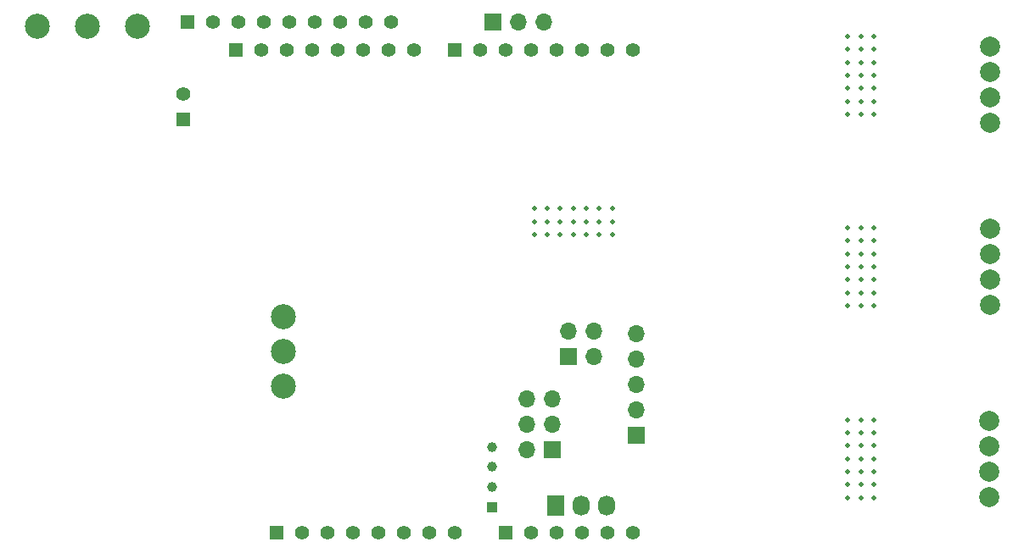
<source format=gbs>
G04 #@! TF.GenerationSoftware,KiCad,Pcbnew,(5.1.0-0)*
G04 #@! TF.CreationDate,2019-11-06T16:52:03-05:00*
G04 #@! TF.ProjectId,GrBLDC,4772424c-4443-42e6-9b69-6361645f7063,rev?*
G04 #@! TF.SameCoordinates,PX5a7646cPY8128a60*
G04 #@! TF.FileFunction,Soldermask,Bot*
G04 #@! TF.FilePolarity,Negative*
%FSLAX46Y46*%
G04 Gerber Fmt 4.6, Leading zero omitted, Abs format (unit mm)*
G04 Created by KiCad (PCBNEW (5.1.0-0)) date 2019-11-06 16:52:03*
%MOMM*%
%LPD*%
G04 APERTURE LIST*
%ADD10C,0.500000*%
%ADD11R,1.397000X1.397000*%
%ADD12C,1.397000*%
%ADD13C,2.000000*%
%ADD14C,2.500000*%
%ADD15R,1.727200X2.032000*%
%ADD16O,1.727200X2.032000*%
%ADD17O,1.700000X1.700000*%
%ADD18R,1.700000X1.700000*%
%ADD19C,1.000000*%
%ADD20R,1.000000X1.000000*%
G04 APERTURE END LIST*
D10*
X84630900Y26575200D03*
X85930900Y26575200D03*
X84630900Y27875200D03*
X87230900Y27875200D03*
X85930900Y27875200D03*
X84630900Y29175200D03*
X87230900Y29175200D03*
X85930900Y29175200D03*
X87230900Y34375200D03*
X84630900Y34375200D03*
X85930900Y34375200D03*
X87230900Y33075200D03*
X84630900Y33075200D03*
X85930900Y33075200D03*
X84630900Y31775200D03*
X87230900Y31775200D03*
X85930900Y31775200D03*
X84630900Y30475200D03*
X87230900Y30475200D03*
X87230900Y26575200D03*
X85930900Y30475200D03*
D11*
X27571700Y3860800D03*
D12*
X30111700Y3860800D03*
X32651700Y3860800D03*
X35191700Y3860800D03*
X37731700Y3860800D03*
X40271700Y3860800D03*
X42811700Y3860800D03*
X45351700Y3860800D03*
D10*
X84628200Y45701400D03*
X85928200Y45701400D03*
X84628200Y47001400D03*
X87228200Y47001400D03*
X85928200Y47001400D03*
X84628200Y48301400D03*
X87228200Y48301400D03*
X85928200Y48301400D03*
X87228200Y53501400D03*
X84628200Y53501400D03*
X85928200Y53501400D03*
X87228200Y52201400D03*
X84628200Y52201400D03*
X85928200Y52201400D03*
X84628200Y50901400D03*
X87228200Y50901400D03*
X85928200Y50901400D03*
X84628200Y49601400D03*
X87228200Y49601400D03*
X87228200Y45701400D03*
X85928200Y49601400D03*
X84625800Y7372800D03*
X85925800Y7372800D03*
X84625800Y8672800D03*
X87225800Y8672800D03*
X85925800Y8672800D03*
X84625800Y9972800D03*
X87225800Y9972800D03*
X85925800Y9972800D03*
X87225800Y15172800D03*
X84625800Y15172800D03*
X85925800Y15172800D03*
X87225800Y13872800D03*
X84625800Y13872800D03*
X85925800Y13872800D03*
X84625800Y12572800D03*
X87225800Y12572800D03*
X85925800Y12572800D03*
X84625800Y11272800D03*
X87225800Y11272800D03*
X87225800Y7372800D03*
X85925800Y11272800D03*
X53313780Y36263100D03*
X53313780Y34963100D03*
X54613780Y36263100D03*
X54613780Y33663100D03*
X54613780Y34963100D03*
X55913780Y36263100D03*
X55913780Y33663100D03*
X55913780Y34963100D03*
X61113780Y33663100D03*
X61113780Y36263100D03*
X61113780Y34963100D03*
X59813780Y33663100D03*
X59813780Y36263100D03*
X59813780Y34963100D03*
X58513780Y36263100D03*
X58513780Y33663100D03*
X58513780Y34963100D03*
X57213780Y36263100D03*
X57213780Y33663100D03*
X53313780Y33663100D03*
X57213780Y34963100D03*
D11*
X50431700Y3860800D03*
D12*
X52971700Y3860800D03*
X55511700Y3860800D03*
X58051700Y3860800D03*
X60591700Y3860800D03*
X63131700Y3860800D03*
D11*
X18732500Y54940200D03*
D12*
X21272500Y54940200D03*
X23812500Y54940200D03*
X26352500Y54940200D03*
X28892500Y54940200D03*
X31432500Y54940200D03*
X33972500Y54940200D03*
X36512500Y54940200D03*
X39052500Y54940200D03*
D11*
X23507700Y52120800D03*
D12*
X26047700Y52120800D03*
X28587700Y52120800D03*
X31127700Y52120800D03*
X33667700Y52120800D03*
X36207700Y52120800D03*
X38747700Y52120800D03*
X41287700Y52120800D03*
D11*
X45351700Y52120800D03*
D12*
X47891700Y52120800D03*
X50431700Y52120800D03*
X52971700Y52120800D03*
X55511700Y52120800D03*
X58051700Y52120800D03*
X60591700Y52120800D03*
X63131700Y52120800D03*
D11*
X18270000Y45230000D03*
D12*
X18270000Y47770000D03*
D13*
X98729800Y12545300D03*
X98729800Y15085300D03*
X98729800Y10005300D03*
X98729800Y7465300D03*
X98823780Y49959260D03*
X98823780Y52499260D03*
X98823780Y47419260D03*
X98823780Y44879260D03*
X98795840Y31742380D03*
X98795840Y34282380D03*
X98795840Y29202380D03*
X98795840Y26662380D03*
D14*
X13695700Y54533800D03*
X8695700Y54533800D03*
X3695700Y54533800D03*
X28257500Y18503900D03*
X28257500Y22003900D03*
X28257500Y25503900D03*
D15*
X55500000Y6610000D03*
D16*
X58040000Y6610000D03*
X60580000Y6610000D03*
D17*
X52578000Y17272000D03*
X55118000Y17272000D03*
X52578000Y14732000D03*
X55118000Y14732000D03*
X52578000Y12192000D03*
D18*
X55118000Y12192000D03*
X56720000Y21470000D03*
D17*
X56720000Y24010000D03*
X59260000Y21470000D03*
X59260000Y24010000D03*
D18*
X49200000Y54950000D03*
D17*
X51740000Y54950000D03*
X54280000Y54950000D03*
D19*
X49085500Y8445500D03*
X49085500Y10452100D03*
X49080000Y12450000D03*
D20*
X49085500Y6438900D03*
D18*
X63510000Y13630000D03*
D17*
X63510000Y16170000D03*
X63510000Y18710000D03*
X63510000Y21250000D03*
X63510000Y23790000D03*
M02*

</source>
